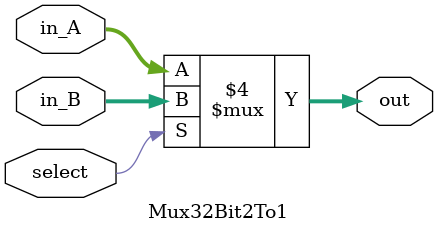
<source format=v>
`timescale 1ns / 1ps


module Mux32Bit2To1(
    input select,               // select signal for output
    input [31:0] in_A,          // input 0
    input [31:0] in_B,          // input 1
    
    output reg [31:0] out       // selected output
    );
    
    always @(select, in_A, in_B) begin
        if (select == 1'b1) begin out <= in_B; end
        else begin out <= in_A; end
    end
    
endmodule
</source>
